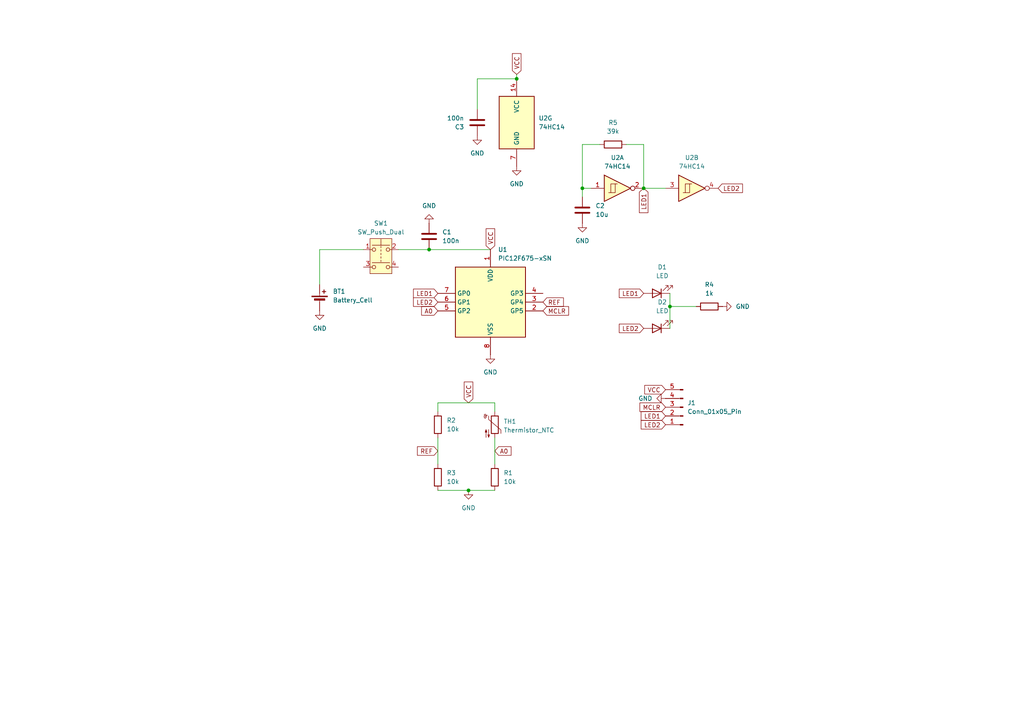
<source format=kicad_sch>
(kicad_sch (version 20231120) (generator "eeschema") (generator_version "8.0")
  (paper "A4")
  (lib_symbols
    (symbol "74xx:74HC14" (pin_names (offset 1.016))
      (property "Reference" "U" (at 0 1.27 0))
      (property "Value" "74HC14" (at 0 -1.27 0))
      (symbol "74HC14_1_0"
        (polyline (pts (xy -3.81 3.81) (xy -3.81 -3.81) (xy 3.81 0) (xy -3.81 3.81)) (stroke (width 0.254)) (fill (type background)))
        (pin input line (at -7.62 0 0) (length 3.81) (name "~") (number "1"))
        (pin output inverted (at 7.62 0 180) (length 3.81) (name "~") (number "2"))
      )
      (symbol "74HC14_1_1"
        (polyline (pts (xy -1.905 -1.27) (xy -1.905 1.27) (xy -0.635 1.27)))
        (polyline (pts (xy -2.54 -1.27) (xy -0.635 -1.27) (xy -0.635 1.27) (xy 0 1.27)))
      )
      (symbol "74HC14_2_0"
        (polyline (pts (xy -3.81 3.81) (xy -3.81 -3.81) (xy 3.81 0) (xy -3.81 3.81)) (stroke (width 0.254)) (fill (type background)))
        (pin input line (at -7.62 0 0) (length 3.81) (name "~") (number "3"))
        (pin output inverted (at 7.62 0 180) (length 3.81) (name "~") (number "4"))
      )
      (symbol "74HC14_2_1"
        (polyline (pts (xy -1.905 -1.27) (xy -1.905 1.27) (xy -0.635 1.27)))
        (polyline (pts (xy -2.54 -1.27) (xy -0.635 -1.27) (xy -0.635 1.27) (xy 0 1.27)))
      )
      (symbol "74HC14_3_0"
        (polyline (pts (xy -3.81 3.81) (xy -3.81 -3.81) (xy 3.81 0) (xy -3.81 3.81)) (stroke (width 0.254)) (fill (type background)))
        (pin input line (at -7.62 0 0) (length 3.81) (name "~") (number "5"))
        (pin output inverted (at 7.62 0 180) (length 3.81) (name "~") (number "6"))
      )
      (symbol "74HC14_3_1"
        (polyline (pts (xy -1.905 -1.27) (xy -1.905 1.27) (xy -0.635 1.27)))
        (polyline (pts (xy -2.54 -1.27) (xy -0.635 -1.27) (xy -0.635 1.27) (xy 0 1.27)))
      )
      (symbol "74HC14_4_0"
        (polyline (pts (xy -3.81 3.81) (xy -3.81 -3.81) (xy 3.81 0) (xy -3.81 3.81)) (stroke (width 0.254)) (fill (type background)))
        (pin output inverted (at 7.62 0 180) (length 3.81) (name "~") (number "8"))
        (pin input line (at -7.62 0 0) (length 3.81) (name "~") (number "9"))
      )
      (symbol "74HC14_4_1"
        (polyline (pts (xy -1.905 -1.27) (xy -1.905 1.27) (xy -0.635 1.27)))
        (polyline (pts (xy -2.54 -1.27) (xy -0.635 -1.27) (xy -0.635 1.27) (xy 0 1.27)))
      )
      (symbol "74HC14_5_0"
        (polyline (pts (xy -3.81 3.81) (xy -3.81 -3.81) (xy 3.81 0) (xy -3.81 3.81)) (stroke (width 0.254)) (fill (type background)))
        (pin output inverted (at 7.62 0 180) (length 3.81) (name "~") (number "10"))
        (pin input line (at -7.62 0 0) (length 3.81) (name "~") (number "11"))
      )
      (symbol "74HC14_5_1"
        (polyline (pts (xy -1.905 -1.27) (xy -1.905 1.27) (xy -0.635 1.27)))
        (polyline (pts (xy -2.54 -1.27) (xy -0.635 -1.27) (xy -0.635 1.27) (xy 0 1.27)))
      )
      (symbol "74HC14_6_0"
        (polyline (pts (xy -3.81 3.81) (xy -3.81 -3.81) (xy 3.81 0) (xy -3.81 3.81)) (stroke (width 0.254)) (fill (type background)))
        (pin output inverted (at 7.62 0 180) (length 3.81) (name "~") (number "12"))
        (pin input line (at -7.62 0 0) (length 3.81) (name "~") (number "13"))
      )
      (symbol "74HC14_6_1"
        (polyline (pts (xy -1.905 -1.27) (xy -1.905 1.27) (xy -0.635 1.27)))
        (polyline (pts (xy -2.54 -1.27) (xy -0.635 -1.27) (xy -0.635 1.27) (xy 0 1.27)))
      )
      (symbol "74HC14_7_0"
        (pin power_in line (at 0 12.7 270) (length 5.08) (name "VCC") (number "14"))
        (pin power_in line (at 0 -12.7 90) (length 5.08) (name "GND") (number "7"))
      )
      (symbol "74HC14_7_1"
        (rectangle (start -5.08 7.62) (end 5.08 -7.62) (stroke (width 0.254)) (fill (type background)))
      )
    )
    (symbol "Connector:Conn_01x05_Pin" (pin_names (offset 1.016) hide)
      (property "Reference" "J" (at 0 7.62 0))
      (property "Value" "Conn_01x05_Pin" (at 0 -7.62 0))
      (symbol "Conn_01x05_Pin_1_1"
        (polyline (pts (xy 1.27 -5.08) (xy 0.8636 -5.08)) (stroke (width 0.1524)))
        (polyline (pts (xy 1.27 -2.54) (xy 0.8636 -2.54)) (stroke (width 0.1524)))
        (polyline (pts (xy 1.27 0) (xy 0.8636 0)) (stroke (width 0.1524)))
        (polyline (pts (xy 1.27 2.54) (xy 0.8636 2.54)) (stroke (width 0.1524)))
        (polyline (pts (xy 1.27 5.08) (xy 0.8636 5.08)) (stroke (width 0.1524)))
        (rectangle (start 0.8636 -4.953) (end 0 -5.207) (stroke (width 0.1524)) (fill (type outline)))
        (rectangle (start 0.8636 -2.413) (end 0 -2.667) (stroke (width 0.1524)) (fill (type outline)))
        (rectangle (start 0.8636 0.127) (end 0 -0.127) (stroke (width 0.1524)) (fill (type outline)))
        (rectangle (start 0.8636 2.667) (end 0 2.413) (stroke (width 0.1524)) (fill (type outline)))
        (rectangle (start 0.8636 5.207) (end 0 4.953) (stroke (width 0.1524)) (fill (type outline)))
        (pin passive line (at 5.08 5.08 180) (length 3.81) (name "Pin_1") (number "1"))
        (pin passive line (at 5.08 2.54 180) (length 3.81) (name "Pin_2") (number "2"))
        (pin passive line (at 5.08 0 180) (length 3.81) (name "Pin_3") (number "3"))
        (pin passive line (at 5.08 -2.54 180) (length 3.81) (name "Pin_4") (number "4"))
        (pin passive line (at 5.08 -5.08 180) (length 3.81) (name "Pin_5") (number "5"))
      )
    )
    (symbol "Device:Battery_Cell" (pin_numbers hide) (pin_names (offset 0) hide)
      (property "Reference" "BT" (at 2.54 2.54 0))
      (property "Value" "Battery_Cell" (at 2.54 0 0))
      (symbol "Battery_Cell_0_1"
        (rectangle (start -2.286 1.778) (end 2.286 1.524) (fill (type outline)))
        (rectangle (start -1.524 1.016) (end 1.524 0.508) (fill (type outline)))
        (polyline (pts (xy 0 0.762) (xy 0 0)))
        (polyline (pts (xy 0 1.778) (xy 0 2.54)))
        (polyline (pts (xy 0.762 3.048) (xy 1.778 3.048)) (stroke (width 0.254)))
        (polyline (pts (xy 1.27 3.556) (xy 1.27 2.54)) (stroke (width 0.254)))
      )
      (symbol "Battery_Cell_1_1"
        (pin passive line (at 0 5.08 270) (length 2.54) (name "+") (number "1"))
        (pin passive line (at 0 -2.54 90) (length 2.54) (name "-") (number "2"))
      )
    )
    (symbol "Device:C" (pin_numbers hide) (pin_names (offset 0.254))
      (property "Reference" "C" (at 0.635 2.54 0))
      (property "Value" "C" (at 0.635 -2.54 0))
      (symbol "C_0_1"
        (polyline (pts (xy -2.032 -0.762) (xy 2.032 -0.762)) (stroke (width 0.508)))
        (polyline (pts (xy -2.032 0.762) (xy 2.032 0.762)) (stroke (width 0.508)))
      )
      (symbol "C_1_1"
        (pin passive line (at 0 3.81 270) (length 2.794) (name "~") (number "1"))
        (pin passive line (at 0 -3.81 90) (length 2.794) (name "~") (number "2"))
      )
    )
    (symbol "Device:LED" (pin_numbers hide) (pin_names (offset 1.016) hide)
      (property "Reference" "D" (at 0 2.54 0))
      (property "Value" "LED" (at 0 -2.54 0))
      (symbol "LED_0_1"
        (polyline (pts (xy -1.27 -1.27) (xy -1.27 1.27)) (stroke (width 0.254)))
        (polyline (pts (xy -1.27 0) (xy 1.27 0)))
        (polyline (pts (xy 1.27 -1.27) (xy 1.27 1.27) (xy -1.27 0) (xy 1.27 -1.27)) (stroke (width 0.254)))
        (polyline (pts (xy -3.048 -0.762) (xy -4.572 -2.286) (xy -3.81 -2.286) (xy -4.572 -2.286) (xy -4.572 -1.524)))
        (polyline (pts (xy -1.778 -0.762) (xy -3.302 -2.286) (xy -2.54 -2.286) (xy -3.302 -2.286) (xy -3.302 -1.524)))
      )
      (symbol "LED_1_1"
        (pin passive line (at -3.81 0 0) (length 2.54) (name "K") (number "1"))
        (pin passive line (at 3.81 0 180) (length 2.54) (name "A") (number "2"))
      )
    )
    (symbol "Device:R" (pin_numbers hide) (pin_names (offset 0))
      (property "Reference" "R" (at 2.032 0 90))
      (property "Value" "R" (at 0 0 90))
      (symbol "R_0_1"
        (rectangle (start -1.016 -2.54) (end 1.016 2.54) (stroke (width 0.254)))
      )
      (symbol "R_1_1"
        (pin passive line (at 0 3.81 270) (length 1.27) (name "~") (number "1"))
        (pin passive line (at 0 -3.81 90) (length 1.27) (name "~") (number "2"))
      )
    )
    (symbol "Device:Thermistor_NTC" (pin_numbers hide) (pin_names (offset 0))
      (property "Reference" "TH" (at -4.445 0 90))
      (property "Value" "Thermistor_NTC" (at 3.175 0 90))
      (symbol "Thermistor_NTC_0_1"
        (arc (start -3.048 2.159) (mid -3.0495 2.3143) (end -3.175 2.413))
        (arc (start -3.048 2.159) (mid -2.9736 1.9794) (end -2.794 1.905))
        (arc (start -3.048 2.794) (mid -2.9736 2.6144) (end -2.794 2.54))
        (arc (start -2.794 1.905) (mid -2.6144 1.9794) (end -2.54 2.159))
        (arc (start -2.794 2.54) (mid -2.4393 2.5587) (end -2.159 2.794))
        (arc (start -2.794 3.048) (mid -2.9736 2.9736) (end -3.048 2.794))
        (arc (start -2.54 2.794) (mid -2.6144 2.9736) (end -2.794 3.048))
        (rectangle (start -1.016 2.54) (end 1.016 -2.54) (stroke (width 0.254)))
        (polyline (pts (xy -2.54 2.159) (xy -2.54 2.794)))
        (polyline (pts (xy -1.778 2.54) (xy -1.778 1.524) (xy 1.778 -1.524) (xy 1.778 -2.54)))
        (polyline (pts (xy -2.54 -3.683) (xy -2.54 -1.397) (xy -2.794 -2.159) (xy -2.286 -2.159) (xy -2.54 -1.397) (xy -2.54 -1.651)) (fill (type outline)))
        (polyline (pts (xy -1.778 -1.397) (xy -1.778 -3.683) (xy -2.032 -2.921) (xy -1.524 -2.921) (xy -1.778 -3.683) (xy -1.778 -3.429)) (fill (type outline)))
      )
      (symbol "Thermistor_NTC_1_1"
        (pin passive line (at 0 3.81 270) (length 1.27) (name "~") (number "1"))
        (pin passive line (at 0 -3.81 90) (length 1.27) (name "~") (number "2"))
      )
    )
    (symbol "MCU_Microchip_PIC12:PIC12F675-xSN"
      (property "Reference" "U" (at 1.27 13.97 0))
      (property "Value" "PIC12F675-xSN" (at 1.27 11.43 0))
      (symbol "PIC12F675-xSN_0_1"
        (rectangle (start 10.16 -10.16) (end -10.16 10.16) (stroke (width 0.254)) (fill (type background)))
      )
      (symbol "PIC12F675-xSN_1_1"
        (pin power_in line (at 0 15.24 270) (length 5.08) (name "VDD") (number "1"))
        (pin bidirectional line (at 15.24 -2.54 180) (length 5.08) (name "GP5") (number "2"))
        (pin bidirectional line (at 15.24 0 180) (length 5.08) (name "GP4") (number "3"))
        (pin input line (at 15.24 2.54 180) (length 5.08) (name "GP3") (number "4"))
        (pin bidirectional line (at -15.24 -2.54 0) (length 5.08) (name "GP2") (number "5"))
        (pin bidirectional line (at -15.24 0 0) (length 5.08) (name "GP1") (number "6"))
        (pin bidirectional line (at -15.24 2.54 0) (length 5.08) (name "GP0") (number "7"))
        (pin power_in line (at 0 -15.24 90) (length 5.08) (name "VSS") (number "8"))
      )
    )
    (symbol "Switch:SW_Push_Dual" (pin_names (offset 1.016) hide)
      (property "Reference" "SW" (at 0 7.62 0))
      (property "Value" "SW_Push_Dual" (at 0 -6.35 0))
      (symbol "SW_Push_Dual_0_1"
        (circle (center -2.032 -2.54) (radius 0.508))
        (circle (center -2.032 2.54) (radius 0.508))
        (polyline (pts (xy 0 -0.508) (xy 0 -1.016)))
        (polyline (pts (xy 0 0.508) (xy 0 0)))
        (polyline (pts (xy 0 1.016) (xy 0 1.524)))
        (polyline (pts (xy 0 2.032) (xy 0 2.54)))
        (polyline (pts (xy 0 3.048) (xy 0 3.556)))
        (polyline (pts (xy 0 3.81) (xy 0 5.588)))
        (polyline (pts (xy 2.54 -1.27) (xy -2.54 -1.27)))
        (polyline (pts (xy 2.54 3.81) (xy -2.54 3.81)))
        (circle (center 2.032 -2.54) (radius 0.508))
        (circle (center 2.032 2.54) (radius 0.508))
        (pin passive line (at -5.08 2.54 0) (length 2.54) (name "1") (number "1"))
        (pin passive line (at 5.08 2.54 180) (length 2.54) (name "2") (number "2"))
        (pin passive line (at -5.08 -2.54 0) (length 2.54) (name "3") (number "3"))
        (pin passive line (at 5.08 -2.54 180) (length 2.54) (name "4") (number "4"))
      )
      (symbol "SW_Push_Dual_1_1"
        (rectangle (start -3.175 5.715) (end 3.175 -4.445) (fill (type background)))
      )
    )
    (symbol "power:GND" (power) (pin_numbers hide) (pin_names (offset 0) hide)
      (property "Value" "GND" (at 0 -3.81 0))
      (symbol "GND_0_1"
        (polyline (pts (xy 0 0) (xy 0 -1.27) (xy 1.27 -1.27) (xy 0 -2.54) (xy -1.27 -1.27) (xy 0 -1.27)))
      )
      (symbol "GND_1_1"
        (pin power_in line (at 0 0 270) (length 0) (name "~") (number "1"))
      )
    )
  )
  (junction (at 149.86 22.86))
  (junction (at 168.91 54.61))
  (junction (at 124.46 72.39))
  (junction (at 186.69 54.61))
  (junction (at 194.31 88.9))
  (junction (at 135.89 142.24))
  (wire (pts (xy 124.46 72.39) (xy 142.24 72.39)))
  (wire (pts (xy 138.43 22.86) (xy 149.86 22.86)))
  (wire (pts (xy 105.41 72.39) (xy 92.71 72.39)))
  (wire (pts (xy 127 127) (xy 127 134.62)))
  (wire (pts (xy 127 119.38) (xy 127 116.84)))
  (wire (pts (xy 127 116.84) (xy 143.51 116.84)))
  (wire (pts (xy 173.99 41.91) (xy 168.91 41.91)))
  (wire (pts (xy 143.51 127) (xy 143.51 134.62)))
  (wire (pts (xy 186.69 54.61) (xy 186.69 41.91)))
  (wire (pts (xy 138.43 22.86) (xy 138.43 31.75)))
  (wire (pts (xy 168.91 41.91) (xy 168.91 54.61)))
  (wire (pts (xy 186.69 41.91) (xy 181.61 41.91)))
  (wire (pts (xy 186.69 54.61) (xy 193.04 54.61)))
  (wire (pts (xy 168.91 54.61) (xy 171.45 54.61)))
  (wire (pts (xy 194.31 88.9) (xy 194.31 95.25)))
  (wire (pts (xy 143.51 119.38) (xy 143.51 116.84)))
  (wire (pts (xy 92.71 72.39) (xy 92.71 82.55)))
  (wire (pts (xy 201.93 88.9) (xy 194.31 88.9)))
  (wire (pts (xy 127 142.24) (xy 135.89 142.24)))
  (wire (pts (xy 115.57 72.39) (xy 124.46 72.39)))
  (wire (pts (xy 149.86 21.59) (xy 149.86 22.86)))
  (wire (pts (xy 168.91 57.15) (xy 168.91 54.61)))
  (wire (pts (xy 135.89 142.24) (xy 143.51 142.24)))
  (wire (pts (xy 194.31 88.9) (xy 194.31 85.09)))
  (global_label "REF" (shape input) (at 127 130.81 180) (property "Intersheetrefs" "${INTERSHEET_REFS}" (effects (hide yes))))
  (global_label "MCLR" (shape input) (at 157.48 90.17 0) (property "Intersheetrefs" "${INTERSHEET_REFS}" (effects (hide yes))))
  (global_label "A0" (shape input) (at 127 90.17 180) (property "Intersheetrefs" "${INTERSHEET_REFS}" (effects (hide yes))))
  (global_label "VCC" (shape input) (at 142.24 72.39 90) (property "Intersheetrefs" "${INTERSHEET_REFS}" (effects (hide yes))))
  (global_label "A0" (shape input) (at 143.51 130.81 0) (property "Intersheetrefs" "${INTERSHEET_REFS}" (effects (hide yes))))
  (global_label "LED1" (shape input) (at 186.69 54.61 270) (property "Intersheetrefs" "${INTERSHEET_REFS}" (effects (hide yes))))
  (global_label "LED1" (shape input) (at 186.69 85.09 180) (property "Intersheetrefs" "${INTERSHEET_REFS}" (effects (hide yes))))
  (global_label "LED2" (shape input) (at 208.28 54.61 0) (property "Intersheetrefs" "${INTERSHEET_REFS}" (effects (hide yes))))
  (global_label "LED1" (shape input) (at 127 85.09 180) (property "Intersheetrefs" "${INTERSHEET_REFS}" (effects (hide yes))))
  (global_label "MCLR" (shape input) (at 193.04 118.11 180) (property "Intersheetrefs" "${INTERSHEET_REFS}" (effects (hide yes))))
  (global_label "VCC" (shape input) (at 193.04 113.03 180) (property "Intersheetrefs" "${INTERSHEET_REFS}" (effects (hide yes))))
  (global_label "LED2" (shape input) (at 193.04 123.19 180) (property "Intersheetrefs" "${INTERSHEET_REFS}" (effects (hide yes))))
  (global_label "LED2" (shape input) (at 186.69 95.25 180) (property "Intersheetrefs" "${INTERSHEET_REFS}" (effects (hide yes))))
  (global_label "VCC" (shape input) (at 149.86 21.59 90) (property "Intersheetrefs" "${INTERSHEET_REFS}" (effects (hide yes))))
  (global_label "LED1" (shape input) (at 193.04 120.65 180) (property "Intersheetrefs" "${INTERSHEET_REFS}" (effects (hide yes))))
  (global_label "LED2" (shape input) (at 127 87.63 180) (property "Intersheetrefs" "${INTERSHEET_REFS}" (effects (hide yes))))
  (global_label "VCC" (shape input) (at 135.89 116.84 90) (property "Intersheetrefs" "${INTERSHEET_REFS}" (effects (hide yes))))
  (global_label "REF" (shape input) (at 157.48 87.63 0) (property "Intersheetrefs" "${INTERSHEET_REFS}" (effects (hide yes))))
  (symbol (lib_id "power:GND") (at 142.24 102.87 0) (unit 1)
    (property "Reference" "#PWR01" (effects (hide yes)))
    (property "Value" "GND" (at 142.24 107.95 0))
    (property "Description" "Power symbol creates a global label with name \"GND\" , ground" (effects (hide yes)))
  )
  (symbol (lib_id "Device:R") (at 127 123.19 0) (unit 1)
    (property "Reference" "R2" (at 129.54 121.9199 0) (effects (justify left)))
    (property "Value" "10k" (at 129.54 124.4599 0) (effects (justify left)))
    (property "Footprint" "Resistor_SMD:R_0805_2012Metric" (effects (hide yes)))
    (property "Description" "Resistor" (effects (hide yes)))
  )
  (symbol (lib_id "74xx:74HC14") (at 149.86 35.56 0) (unit 7)
    (property "Reference" "U2" (at 156.21 34.2899 0) (effects (justify left)))
    (property "Value" "74HC14" (at 156.21 36.8299 0) (effects (justify left)))
    (property "Footprint" "Package_SO:SOIC-14_3.9x8.7mm_P1.27mm" (effects (hide yes)))
    (property "Datasheet" "http://www.ti.com/lit/gpn/sn74HC14" (effects (hide yes)))
    (property "Description" "Hex inverter schmitt trigger" (effects (hide yes)))
  )
  (symbol (lib_id "Device:C") (at 168.91 60.96 0) (unit 1)
    (property "Reference" "C2" (at 172.72 59.6899 0) (effects (justify left)))
    (property "Value" "10u" (at 172.72 62.2299 0) (effects (justify left)))
    (property "Footprint" "Capacitor_SMD:C_1210_3225Metric" (effects (hide yes)))
    (property "Description" "Unpolarized capacitor" (effects (hide yes)))
  )
  (symbol (lib_id "power:GND") (at 149.86 48.26 0) (unit 1)
    (property "Reference" "#PWR08" (effects (hide yes)))
    (property "Value" "GND" (at 149.86 53.34 0))
    (property "Description" "Power symbol creates a global label with name \"GND\" , ground" (effects (hide yes)))
  )
  (symbol (lib_id "74xx:74HC14") (at 179.07 54.61 0) (unit 1)
    (property "Reference" "U2" (at 179.07 45.72 0))
    (property "Value" "74HC14" (at 179.07 48.26 0))
    (property "Footprint" "Package_SO:SOIC-14_3.9x8.7mm_P1.27mm" (effects (hide yes)))
    (property "Datasheet" "http://www.ti.com/lit/gpn/sn74HC14" (effects (hide yes)))
    (property "Description" "Hex inverter schmitt trigger" (effects (hide yes)))
  )
  (symbol (lib_id "Device:Thermistor_NTC") (at 143.51 123.19 0) (unit 1)
    (property "Reference" "TH1" (at 146.05 122.2374 0) (effects (justify left)))
    (property "Value" "Thermistor_NTC" (at 146.05 124.7774 0) (effects (justify left)))
    (property "Footprint" "Resistor_SMD:R_0805_2012Metric" (effects (hide yes)))
    (property "Description" "Temperature dependent resistor, negative temperature coefficient" (effects (hide yes)))
  )
  (symbol (lib_id "Device:R") (at 143.51 138.43 0) (unit 1)
    (property "Reference" "R1" (at 146.05 137.1599 0) (effects (justify left)))
    (property "Value" "10k" (at 146.05 139.6999 0) (effects (justify left)))
    (property "Footprint" "Resistor_SMD:R_0805_2012Metric" (effects (hide yes)))
    (property "Description" "Resistor" (effects (hide yes)))
  )
  (symbol (lib_id "power:GND") (at 209.55 88.9 90) (unit 1)
    (property "Reference" "#PWR02" (effects (hide yes)))
    (property "Value" "GND" (at 213.36 88.8999 90) (effects (justify right)))
    (property "Description" "Power symbol creates a global label with name \"GND\" , ground" (effects (hide yes)))
  )
  (symbol (lib_id "Switch:SW_Push_Dual") (at 110.49 74.93 0) (unit 1)
    (property "Reference" "SW1" (at 110.49 64.77 0))
    (property "Value" "SW_Push_Dual" (at 110.49 67.31 0))
    (property "Footprint" "Button_Switch_SMD:SW_Push_1P1T_NO_6x6mm_H9.5mm" (effects (hide yes)))
    (property "Description" "Push button switch, generic, symbol, four pins" (effects (hide yes)))
  )
  (symbol (lib_id "Device:LED") (at 190.5 85.09 180) (unit 1)
    (property "Reference" "D1" (at 192.0875 77.47 0))
    (property "Value" "LED" (at 192.0875 80.01 0))
    (property "Footprint" "LED_SMD:LED_0805_2012Metric" (effects (hide yes)))
    (property "Description" "Light emitting diode" (effects (hide yes)))
  )
  (symbol (lib_id "power:GND") (at 138.43 39.37 0) (unit 1)
    (property "Reference" "#PWR09" (effects (hide yes)))
    (property "Value" "GND" (at 138.43 44.45 0))
    (property "Description" "Power symbol creates a global label with name \"GND\" , ground" (effects (hide yes)))
  )
  (symbol (lib_id "Device:Battery_Cell") (at 92.71 87.63 0) (unit 1)
    (property "Reference" "BT1" (at 96.52 84.5184 0) (effects (justify left)))
    (property "Value" "Battery_Cell" (at 96.52 87.0584 0) (effects (justify left)))
    (property "Footprint" "Battery:BatteryHolder_Multicomp_BC-2001_1x2032" (effects (hide yes)))
    (property "Description" "Single-cell battery" (effects (hide yes)))
  )
  (symbol (lib_id "MCU_Microchip_PIC12:PIC12F675-xSN") (at 142.24 87.63 0) (unit 1)
    (property "Reference" "U1" (at 144.4341 72.39 0) (effects (justify left)))
    (property "Value" "PIC12F675-xSN" (at 144.4341 74.93 0) (effects (justify left)))
    (property "Footprint" "Package_SO:SOIC-8_3.9x4.9mm_P1.27mm" (effects (hide yes)))
    (property "Datasheet" "https://ww1.microchip.com/downloads/en/DeviceDoc/41190G.pdf" (effects (hide yes)))
    (property "Description" "PIC12F675, 1024W Flash, 64B SRAM, 128B EEPROM, SOIC-8" (effects (hide yes)))
  )
  (symbol (lib_id "power:GND") (at 92.71 90.17 0) (unit 1)
    (property "Reference" "#PWR03" (effects (hide yes)))
    (property "Value" "GND" (at 92.71 95.25 0))
    (property "Description" "Power symbol creates a global label with name \"GND\" , ground" (effects (hide yes)))
  )
  (symbol (lib_id "power:GND") (at 193.04 115.57 270) (unit 1)
    (property "Reference" "#PWR06" (effects (hide yes)))
    (property "Value" "GND" (at 189.23 115.5699 90) (effects (justify right)))
    (property "Description" "Power symbol creates a global label with name \"GND\" , ground" (effects (hide yes)))
  )
  (symbol (lib_id "Device:R") (at 127 138.43 0) (unit 1)
    (property "Reference" "R3" (at 129.54 137.1599 0) (effects (justify left)))
    (property "Value" "10k" (at 129.54 139.6999 0) (effects (justify left)))
    (property "Footprint" "Resistor_SMD:R_0805_2012Metric" (effects (hide yes)))
    (property "Description" "Resistor" (effects (hide yes)))
  )
  (symbol (lib_id "Connector:Conn_01x05_Pin") (at 198.12 118.11 180) (unit 1)
    (property "Reference" "J1" (at 199.39 116.8399 0) (effects (justify right)))
    (property "Value" "Conn_01x05_Pin" (at 199.39 119.3799 0) (effects (justify right)))
    (property "Footprint" "Connector_PinHeader_2.54mm:PinHeader_1x05_P2.54mm_Vertical" (effects (hide yes)))
    (property "Description" "Generic connector, single row, 01x05, script generated" (effects (hide yes)))
  )
  (symbol (lib_id "Device:LED") (at 190.5 95.25 180) (unit 1)
    (property "Reference" "D2" (at 192.0875 87.63 0))
    (property "Value" "LED" (at 192.0875 90.17 0))
    (property "Footprint" "LED_SMD:LED_0805_2012Metric" (effects (hide yes)))
    (property "Description" "Light emitting diode" (effects (hide yes)))
  )
  (symbol (lib_id "power:GND") (at 168.91 64.77 0) (unit 1)
    (property "Reference" "#PWR07" (effects (hide yes)))
    (property "Value" "GND" (at 168.91 69.85 0))
    (property "Description" "Power symbol creates a global label with name \"GND\" , ground" (effects (hide yes)))
  )
  (symbol (lib_id "Device:C") (at 124.46 68.58 180) (unit 1)
    (property "Reference" "C1" (at 128.27 67.3099 0) (effects (justify right)))
    (property "Value" "100n" (at 128.27 69.8499 0) (effects (justify right)))
    (property "Footprint" "Capacitor_SMD:C_0805_2012Metric" (effects (hide yes)))
    (property "Description" "Unpolarized capacitor" (effects (hide yes)))
  )
  (symbol (lib_id "power:GND") (at 124.46 64.77 180) (unit 1)
    (property "Reference" "#PWR05" (effects (hide yes)))
    (property "Value" "GND" (at 124.46 59.69 0))
    (property "Description" "Power symbol creates a global label with name \"GND\" , ground" (effects (hide yes)))
  )
  (symbol (lib_id "Device:R") (at 177.8 41.91 270) (unit 1)
    (property "Reference" "R5" (at 177.8 35.56 90))
    (property "Value" "39k" (at 177.8 38.1 90))
    (property "Footprint" "Resistor_SMD:R_0805_2012Metric" (effects (hide yes)))
    (property "Description" "Resistor" (effects (hide yes)))
  )
  (symbol (lib_id "Device:C") (at 138.43 35.56 0) (unit 1)
    (property "Reference" "C3" (at 134.62 36.8301 0) (effects (justify right)))
    (property "Value" "100n" (at 134.62 34.2901 0) (effects (justify right)))
    (property "Footprint" "Capacitor_SMD:C_0805_2012Metric" (effects (hide yes)))
    (property "Description" "Unpolarized capacitor" (effects (hide yes)))
  )
  (symbol (lib_id "power:GND") (at 135.89 142.24 0) (unit 1)
    (property "Reference" "#PWR04" (effects (hide yes)))
    (property "Value" "GND" (at 135.89 147.32 0))
    (property "Description" "Power symbol creates a global label with name \"GND\" , ground" (effects (hide yes)))
  )
  (symbol (lib_id "74xx:74HC14") (at 200.66 54.61 0) (unit 2)
    (property "Reference" "U2" (at 200.66 45.72 0))
    (property "Value" "74HC14" (at 200.66 48.26 0))
    (property "Footprint" "Package_SO:SOIC-14_3.9x8.7mm_P1.27mm" (effects (hide yes)))
    (property "Datasheet" "http://www.ti.com/lit/gpn/sn74HC14" (effects (hide yes)))
    (property "Description" "Hex inverter schmitt trigger" (effects (hide yes)))
  )
  (symbol (lib_id "Device:R") (at 205.74 88.9 270) (unit 1)
    (property "Reference" "R4" (at 205.74 82.55 90))
    (property "Value" "1k" (at 205.74 85.09 90))
    (property "Footprint" "Resistor_SMD:R_0805_2012Metric" (effects (hide yes)))
    (property "Description" "Resistor" (effects (hide yes)))
  )
)
</source>
